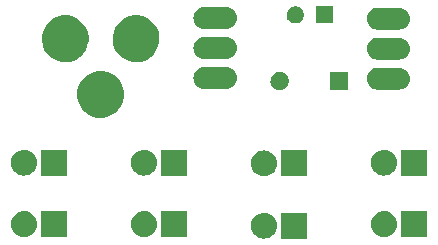
<source format=gbs>
G04 #@! TF.FileFunction,Soldermask,Bot*
%FSLAX46Y46*%
G04 Gerber Fmt 4.6, Leading zero omitted, Abs format (unit mm)*
G04 Created by KiCad (PCBNEW 4.0.1-3.201512221402+6198~38~ubuntu14.04.1-stable) date Mon 23 May 2016 08:12:34 PM PDT*
%MOMM*%
G01*
G04 APERTURE LIST*
%ADD10C,0.100000*%
G04 APERTURE END LIST*
D10*
G36*
X122711080Y-105922317D02*
X122711090Y-105922320D01*
X122711117Y-105922323D01*
X122914745Y-105985356D01*
X123102250Y-106086740D01*
X123266493Y-106222614D01*
X123401217Y-106387801D01*
X123501289Y-106576010D01*
X123562899Y-106780072D01*
X123583700Y-106992215D01*
X123583700Y-107002785D01*
X123583594Y-107018034D01*
X123559833Y-107229866D01*
X123495380Y-107433048D01*
X123392689Y-107619842D01*
X123255672Y-107783132D01*
X123089549Y-107916699D01*
X122900645Y-108015455D01*
X122696158Y-108075639D01*
X122696130Y-108075642D01*
X122696122Y-108075644D01*
X122483876Y-108094959D01*
X122271920Y-108072683D01*
X122271910Y-108072680D01*
X122271883Y-108072677D01*
X122068255Y-108009644D01*
X121880750Y-107908260D01*
X121716507Y-107772386D01*
X121581783Y-107607199D01*
X121481711Y-107418990D01*
X121420101Y-107214928D01*
X121399300Y-107002785D01*
X121399300Y-106992215D01*
X121399406Y-106976966D01*
X121423167Y-106765134D01*
X121487620Y-106561952D01*
X121590311Y-106375158D01*
X121727328Y-106211868D01*
X121893451Y-106078301D01*
X122082355Y-105979545D01*
X122286842Y-105919361D01*
X122286870Y-105919358D01*
X122286878Y-105919356D01*
X122499124Y-105900041D01*
X122711080Y-105922317D01*
X122711080Y-105922317D01*
G37*
G36*
X126123700Y-108089700D02*
X123939300Y-108089700D01*
X123939300Y-105905300D01*
X126123700Y-105905300D01*
X126123700Y-108089700D01*
X126123700Y-108089700D01*
G37*
G36*
X102391080Y-105795317D02*
X102391090Y-105795320D01*
X102391117Y-105795323D01*
X102594745Y-105858356D01*
X102782250Y-105959740D01*
X102946493Y-106095614D01*
X103081217Y-106260801D01*
X103181289Y-106449010D01*
X103242899Y-106653072D01*
X103263700Y-106865215D01*
X103263700Y-106875785D01*
X103263594Y-106891034D01*
X103239833Y-107102866D01*
X103175380Y-107306048D01*
X103072689Y-107492842D01*
X102935672Y-107656132D01*
X102769549Y-107789699D01*
X102580645Y-107888455D01*
X102376158Y-107948639D01*
X102376130Y-107948642D01*
X102376122Y-107948644D01*
X102163876Y-107967959D01*
X101951920Y-107945683D01*
X101951910Y-107945680D01*
X101951883Y-107945677D01*
X101748255Y-107882644D01*
X101560750Y-107781260D01*
X101396507Y-107645386D01*
X101261783Y-107480199D01*
X101161711Y-107291990D01*
X101100101Y-107087928D01*
X101079300Y-106875785D01*
X101079300Y-106865215D01*
X101079406Y-106849966D01*
X101103167Y-106638134D01*
X101167620Y-106434952D01*
X101270311Y-106248158D01*
X101407328Y-106084868D01*
X101573451Y-105951301D01*
X101762355Y-105852545D01*
X101966842Y-105792361D01*
X101966870Y-105792358D01*
X101966878Y-105792356D01*
X102179124Y-105773041D01*
X102391080Y-105795317D01*
X102391080Y-105795317D01*
G37*
G36*
X112551080Y-105795317D02*
X112551090Y-105795320D01*
X112551117Y-105795323D01*
X112754745Y-105858356D01*
X112942250Y-105959740D01*
X113106493Y-106095614D01*
X113241217Y-106260801D01*
X113341289Y-106449010D01*
X113402899Y-106653072D01*
X113423700Y-106865215D01*
X113423700Y-106875785D01*
X113423594Y-106891034D01*
X113399833Y-107102866D01*
X113335380Y-107306048D01*
X113232689Y-107492842D01*
X113095672Y-107656132D01*
X112929549Y-107789699D01*
X112740645Y-107888455D01*
X112536158Y-107948639D01*
X112536130Y-107948642D01*
X112536122Y-107948644D01*
X112323876Y-107967959D01*
X112111920Y-107945683D01*
X112111910Y-107945680D01*
X112111883Y-107945677D01*
X111908255Y-107882644D01*
X111720750Y-107781260D01*
X111556507Y-107645386D01*
X111421783Y-107480199D01*
X111321711Y-107291990D01*
X111260101Y-107087928D01*
X111239300Y-106875785D01*
X111239300Y-106865215D01*
X111239406Y-106849966D01*
X111263167Y-106638134D01*
X111327620Y-106434952D01*
X111430311Y-106248158D01*
X111567328Y-106084868D01*
X111733451Y-105951301D01*
X111922355Y-105852545D01*
X112126842Y-105792361D01*
X112126870Y-105792358D01*
X112126878Y-105792356D01*
X112339124Y-105773041D01*
X112551080Y-105795317D01*
X112551080Y-105795317D01*
G37*
G36*
X132871080Y-105795317D02*
X132871090Y-105795320D01*
X132871117Y-105795323D01*
X133074745Y-105858356D01*
X133262250Y-105959740D01*
X133426493Y-106095614D01*
X133561217Y-106260801D01*
X133661289Y-106449010D01*
X133722899Y-106653072D01*
X133743700Y-106865215D01*
X133743700Y-106875785D01*
X133743594Y-106891034D01*
X133719833Y-107102866D01*
X133655380Y-107306048D01*
X133552689Y-107492842D01*
X133415672Y-107656132D01*
X133249549Y-107789699D01*
X133060645Y-107888455D01*
X132856158Y-107948639D01*
X132856130Y-107948642D01*
X132856122Y-107948644D01*
X132643876Y-107967959D01*
X132431920Y-107945683D01*
X132431910Y-107945680D01*
X132431883Y-107945677D01*
X132228255Y-107882644D01*
X132040750Y-107781260D01*
X131876507Y-107645386D01*
X131741783Y-107480199D01*
X131641711Y-107291990D01*
X131580101Y-107087928D01*
X131559300Y-106875785D01*
X131559300Y-106865215D01*
X131559406Y-106849966D01*
X131583167Y-106638134D01*
X131647620Y-106434952D01*
X131750311Y-106248158D01*
X131887328Y-106084868D01*
X132053451Y-105951301D01*
X132242355Y-105852545D01*
X132446842Y-105792361D01*
X132446870Y-105792358D01*
X132446878Y-105792356D01*
X132659124Y-105773041D01*
X132871080Y-105795317D01*
X132871080Y-105795317D01*
G37*
G36*
X136283700Y-107962700D02*
X134099300Y-107962700D01*
X134099300Y-105778300D01*
X136283700Y-105778300D01*
X136283700Y-107962700D01*
X136283700Y-107962700D01*
G37*
G36*
X115963700Y-107962700D02*
X113779300Y-107962700D01*
X113779300Y-105778300D01*
X115963700Y-105778300D01*
X115963700Y-107962700D01*
X115963700Y-107962700D01*
G37*
G36*
X105803700Y-107962700D02*
X103619300Y-107962700D01*
X103619300Y-105778300D01*
X105803700Y-105778300D01*
X105803700Y-107962700D01*
X105803700Y-107962700D01*
G37*
G36*
X122711080Y-100651817D02*
X122711090Y-100651820D01*
X122711117Y-100651823D01*
X122914745Y-100714856D01*
X123102250Y-100816240D01*
X123266493Y-100952114D01*
X123401217Y-101117301D01*
X123501289Y-101305510D01*
X123562899Y-101509572D01*
X123583700Y-101721715D01*
X123583700Y-101732285D01*
X123583594Y-101747534D01*
X123559833Y-101959366D01*
X123495380Y-102162548D01*
X123392689Y-102349342D01*
X123255672Y-102512632D01*
X123089549Y-102646199D01*
X122900645Y-102744955D01*
X122696158Y-102805139D01*
X122696130Y-102805142D01*
X122696122Y-102805144D01*
X122483876Y-102824459D01*
X122271920Y-102802183D01*
X122271910Y-102802180D01*
X122271883Y-102802177D01*
X122068255Y-102739144D01*
X121880750Y-102637760D01*
X121716507Y-102501886D01*
X121581783Y-102336699D01*
X121481711Y-102148490D01*
X121420101Y-101944428D01*
X121399300Y-101732285D01*
X121399300Y-101721715D01*
X121399406Y-101706466D01*
X121423167Y-101494634D01*
X121487620Y-101291452D01*
X121590311Y-101104658D01*
X121727328Y-100941368D01*
X121893451Y-100807801D01*
X122082355Y-100709045D01*
X122286842Y-100648861D01*
X122286870Y-100648858D01*
X122286878Y-100648856D01*
X122499124Y-100629541D01*
X122711080Y-100651817D01*
X122711080Y-100651817D01*
G37*
G36*
X126123700Y-102819200D02*
X123939300Y-102819200D01*
X123939300Y-100634800D01*
X126123700Y-100634800D01*
X126123700Y-102819200D01*
X126123700Y-102819200D01*
G37*
G36*
X132871080Y-100588317D02*
X132871090Y-100588320D01*
X132871117Y-100588323D01*
X133074745Y-100651356D01*
X133262250Y-100752740D01*
X133426493Y-100888614D01*
X133561217Y-101053801D01*
X133661289Y-101242010D01*
X133722899Y-101446072D01*
X133743700Y-101658215D01*
X133743700Y-101668785D01*
X133743594Y-101684034D01*
X133719833Y-101895866D01*
X133655380Y-102099048D01*
X133552689Y-102285842D01*
X133415672Y-102449132D01*
X133249549Y-102582699D01*
X133060645Y-102681455D01*
X132856158Y-102741639D01*
X132856130Y-102741642D01*
X132856122Y-102741644D01*
X132643876Y-102760959D01*
X132431920Y-102738683D01*
X132431910Y-102738680D01*
X132431883Y-102738677D01*
X132228255Y-102675644D01*
X132040750Y-102574260D01*
X131876507Y-102438386D01*
X131741783Y-102273199D01*
X131641711Y-102084990D01*
X131580101Y-101880928D01*
X131559300Y-101668785D01*
X131559300Y-101658215D01*
X131559406Y-101642966D01*
X131583167Y-101431134D01*
X131647620Y-101227952D01*
X131750311Y-101041158D01*
X131887328Y-100877868D01*
X132053451Y-100744301D01*
X132242355Y-100645545D01*
X132446842Y-100585361D01*
X132446870Y-100585358D01*
X132446878Y-100585356D01*
X132659124Y-100566041D01*
X132871080Y-100588317D01*
X132871080Y-100588317D01*
G37*
G36*
X112551080Y-100588317D02*
X112551090Y-100588320D01*
X112551117Y-100588323D01*
X112754745Y-100651356D01*
X112942250Y-100752740D01*
X113106493Y-100888614D01*
X113241217Y-101053801D01*
X113341289Y-101242010D01*
X113402899Y-101446072D01*
X113423700Y-101658215D01*
X113423700Y-101668785D01*
X113423594Y-101684034D01*
X113399833Y-101895866D01*
X113335380Y-102099048D01*
X113232689Y-102285842D01*
X113095672Y-102449132D01*
X112929549Y-102582699D01*
X112740645Y-102681455D01*
X112536158Y-102741639D01*
X112536130Y-102741642D01*
X112536122Y-102741644D01*
X112323876Y-102760959D01*
X112111920Y-102738683D01*
X112111910Y-102738680D01*
X112111883Y-102738677D01*
X111908255Y-102675644D01*
X111720750Y-102574260D01*
X111556507Y-102438386D01*
X111421783Y-102273199D01*
X111321711Y-102084990D01*
X111260101Y-101880928D01*
X111239300Y-101668785D01*
X111239300Y-101658215D01*
X111239406Y-101642966D01*
X111263167Y-101431134D01*
X111327620Y-101227952D01*
X111430311Y-101041158D01*
X111567328Y-100877868D01*
X111733451Y-100744301D01*
X111922355Y-100645545D01*
X112126842Y-100585361D01*
X112126870Y-100585358D01*
X112126878Y-100585356D01*
X112339124Y-100566041D01*
X112551080Y-100588317D01*
X112551080Y-100588317D01*
G37*
G36*
X102391080Y-100588317D02*
X102391090Y-100588320D01*
X102391117Y-100588323D01*
X102594745Y-100651356D01*
X102782250Y-100752740D01*
X102946493Y-100888614D01*
X103081217Y-101053801D01*
X103181289Y-101242010D01*
X103242899Y-101446072D01*
X103263700Y-101658215D01*
X103263700Y-101668785D01*
X103263594Y-101684034D01*
X103239833Y-101895866D01*
X103175380Y-102099048D01*
X103072689Y-102285842D01*
X102935672Y-102449132D01*
X102769549Y-102582699D01*
X102580645Y-102681455D01*
X102376158Y-102741639D01*
X102376130Y-102741642D01*
X102376122Y-102741644D01*
X102163876Y-102760959D01*
X101951920Y-102738683D01*
X101951910Y-102738680D01*
X101951883Y-102738677D01*
X101748255Y-102675644D01*
X101560750Y-102574260D01*
X101396507Y-102438386D01*
X101261783Y-102273199D01*
X101161711Y-102084990D01*
X101100101Y-101880928D01*
X101079300Y-101668785D01*
X101079300Y-101658215D01*
X101079406Y-101642966D01*
X101103167Y-101431134D01*
X101167620Y-101227952D01*
X101270311Y-101041158D01*
X101407328Y-100877868D01*
X101573451Y-100744301D01*
X101762355Y-100645545D01*
X101966842Y-100585361D01*
X101966870Y-100585358D01*
X101966878Y-100585356D01*
X102179124Y-100566041D01*
X102391080Y-100588317D01*
X102391080Y-100588317D01*
G37*
G36*
X136283700Y-102755700D02*
X134099300Y-102755700D01*
X134099300Y-100571300D01*
X136283700Y-100571300D01*
X136283700Y-102755700D01*
X136283700Y-102755700D01*
G37*
G36*
X105803700Y-102755700D02*
X103619300Y-102755700D01*
X103619300Y-100571300D01*
X105803700Y-100571300D01*
X105803700Y-102755700D01*
X105803700Y-102755700D01*
G37*
G36*
X115963700Y-102755700D02*
X113779300Y-102755700D01*
X113779300Y-100571300D01*
X115963700Y-100571300D01*
X115963700Y-102755700D01*
X115963700Y-102755700D01*
G37*
G36*
X108871833Y-93905117D02*
X109252434Y-93983243D01*
X109610608Y-94133807D01*
X109932713Y-94351068D01*
X110206493Y-94626768D01*
X110421501Y-94950380D01*
X110569561Y-95309601D01*
X110644975Y-95690468D01*
X110644975Y-95690480D01*
X110645025Y-95690733D01*
X110638828Y-96134512D01*
X110638771Y-96134762D01*
X110638771Y-96134774D01*
X110552752Y-96513389D01*
X110394720Y-96868335D01*
X110170757Y-97185823D01*
X109889393Y-97453762D01*
X109561344Y-97661948D01*
X109199099Y-97802453D01*
X108816474Y-97869921D01*
X108428020Y-97861784D01*
X108048552Y-97778352D01*
X107692517Y-97622805D01*
X107373473Y-97401062D01*
X107103572Y-97121573D01*
X106893099Y-96794982D01*
X106750072Y-96433737D01*
X106679933Y-96051583D01*
X106685358Y-95663088D01*
X106766138Y-95283047D01*
X106919199Y-94925931D01*
X107138709Y-94605344D01*
X107416302Y-94333505D01*
X107741416Y-94120756D01*
X108101659Y-93975209D01*
X108483309Y-93902405D01*
X108871833Y-93905117D01*
X108871833Y-93905117D01*
G37*
G36*
X123906526Y-93966315D02*
X124055641Y-93996924D01*
X124195968Y-94055912D01*
X124322160Y-94141029D01*
X124429427Y-94249047D01*
X124513661Y-94375831D01*
X124571669Y-94516570D01*
X124601183Y-94665625D01*
X124601183Y-94665632D01*
X124601234Y-94665890D01*
X124598806Y-94839754D01*
X124598748Y-94840009D01*
X124598748Y-94840016D01*
X124565083Y-94988192D01*
X124503169Y-95127255D01*
X124415424Y-95251641D01*
X124305192Y-95356614D01*
X124176667Y-95438177D01*
X124176665Y-95438178D01*
X124146659Y-95449816D01*
X124034743Y-95493226D01*
X123884841Y-95519658D01*
X123732648Y-95516470D01*
X123583978Y-95483783D01*
X123444493Y-95422844D01*
X123319493Y-95335966D01*
X123213755Y-95226471D01*
X123131292Y-95098514D01*
X123075257Y-94956987D01*
X123047778Y-94807264D01*
X123049903Y-94655058D01*
X123081551Y-94506166D01*
X123141518Y-94366253D01*
X123227517Y-94240654D01*
X123336277Y-94134150D01*
X123463648Y-94050800D01*
X123604789Y-93993775D01*
X123754310Y-93965253D01*
X123906526Y-93966315D01*
X123906526Y-93966315D01*
G37*
G36*
X129601200Y-95518200D02*
X128048800Y-95518200D01*
X128048800Y-93965800D01*
X129601200Y-93965800D01*
X129601200Y-95518200D01*
X129601200Y-95518200D01*
G37*
G36*
X133953142Y-93625749D02*
X133953144Y-93625749D01*
X133954693Y-93625760D01*
X134134257Y-93645902D01*
X134306489Y-93700537D01*
X134464829Y-93787585D01*
X134603246Y-93903731D01*
X134716468Y-94044550D01*
X134800181Y-94204678D01*
X134851197Y-94378017D01*
X134851199Y-94378040D01*
X134851203Y-94378053D01*
X134867576Y-94557962D01*
X134848692Y-94737627D01*
X134848689Y-94737637D01*
X134848686Y-94737664D01*
X134795255Y-94910274D01*
X134709314Y-95069218D01*
X134594137Y-95208442D01*
X134454112Y-95322643D01*
X134294572Y-95407472D01*
X134121594Y-95459698D01*
X133941766Y-95477330D01*
X132123172Y-95477330D01*
X132111858Y-95477251D01*
X132111856Y-95477251D01*
X132110307Y-95477240D01*
X131930743Y-95457098D01*
X131758511Y-95402463D01*
X131600171Y-95315415D01*
X131461754Y-95199269D01*
X131348532Y-95058450D01*
X131264819Y-94898322D01*
X131213803Y-94724983D01*
X131213801Y-94724960D01*
X131213797Y-94724947D01*
X131197424Y-94545038D01*
X131216308Y-94365373D01*
X131216311Y-94365363D01*
X131216314Y-94365336D01*
X131269745Y-94192726D01*
X131355686Y-94033782D01*
X131470863Y-93894558D01*
X131610888Y-93780357D01*
X131770428Y-93695528D01*
X131943406Y-93643302D01*
X132123234Y-93625670D01*
X133941828Y-93625670D01*
X133953142Y-93625749D01*
X133953142Y-93625749D01*
G37*
G36*
X119284642Y-93562249D02*
X119284644Y-93562249D01*
X119286193Y-93562260D01*
X119465757Y-93582402D01*
X119637989Y-93637037D01*
X119796329Y-93724085D01*
X119934746Y-93840231D01*
X120047968Y-93981050D01*
X120131681Y-94141178D01*
X120182697Y-94314517D01*
X120182699Y-94314540D01*
X120182703Y-94314553D01*
X120199076Y-94494462D01*
X120180192Y-94674127D01*
X120180189Y-94674137D01*
X120180186Y-94674164D01*
X120126755Y-94846774D01*
X120040814Y-95005718D01*
X119925637Y-95144942D01*
X119785612Y-95259143D01*
X119626072Y-95343972D01*
X119453094Y-95396198D01*
X119273266Y-95413830D01*
X117454672Y-95413830D01*
X117443358Y-95413751D01*
X117443356Y-95413751D01*
X117441807Y-95413740D01*
X117262243Y-95393598D01*
X117090011Y-95338963D01*
X116931671Y-95251915D01*
X116793254Y-95135769D01*
X116680032Y-94994950D01*
X116596319Y-94834822D01*
X116545303Y-94661483D01*
X116545301Y-94661460D01*
X116545297Y-94661447D01*
X116528924Y-94481538D01*
X116547808Y-94301873D01*
X116547811Y-94301863D01*
X116547814Y-94301836D01*
X116601245Y-94129226D01*
X116687186Y-93970282D01*
X116802363Y-93831058D01*
X116942388Y-93716857D01*
X117101928Y-93632028D01*
X117274906Y-93579802D01*
X117454734Y-93562170D01*
X119273328Y-93562170D01*
X119284642Y-93562249D01*
X119284642Y-93562249D01*
G37*
G36*
X111871573Y-89206117D02*
X112252174Y-89284243D01*
X112610348Y-89434807D01*
X112932453Y-89652068D01*
X113206233Y-89927768D01*
X113421241Y-90251380D01*
X113569301Y-90610601D01*
X113644715Y-90991468D01*
X113644715Y-90991480D01*
X113644765Y-90991733D01*
X113638568Y-91435512D01*
X113638511Y-91435762D01*
X113638511Y-91435774D01*
X113552492Y-91814389D01*
X113394460Y-92169335D01*
X113170497Y-92486823D01*
X112889133Y-92754762D01*
X112561084Y-92962948D01*
X112198839Y-93103453D01*
X111816214Y-93170921D01*
X111427760Y-93162784D01*
X111048292Y-93079352D01*
X110692257Y-92923805D01*
X110373213Y-92702062D01*
X110103312Y-92422573D01*
X109892839Y-92095982D01*
X109749812Y-91734737D01*
X109679673Y-91352583D01*
X109685098Y-90964088D01*
X109765878Y-90584047D01*
X109918939Y-90226931D01*
X110138449Y-89906344D01*
X110416042Y-89634505D01*
X110741156Y-89421756D01*
X111101399Y-89276209D01*
X111483049Y-89203405D01*
X111871573Y-89206117D01*
X111871573Y-89206117D01*
G37*
G36*
X105872093Y-89206117D02*
X106252694Y-89284243D01*
X106610868Y-89434807D01*
X106932973Y-89652068D01*
X107206753Y-89927768D01*
X107421761Y-90251380D01*
X107569821Y-90610601D01*
X107645235Y-90991468D01*
X107645235Y-90991480D01*
X107645285Y-90991733D01*
X107639088Y-91435512D01*
X107639031Y-91435762D01*
X107639031Y-91435774D01*
X107553012Y-91814389D01*
X107394980Y-92169335D01*
X107171017Y-92486823D01*
X106889653Y-92754762D01*
X106561604Y-92962948D01*
X106199359Y-93103453D01*
X105816734Y-93170921D01*
X105428280Y-93162784D01*
X105048812Y-93079352D01*
X104692777Y-92923805D01*
X104373733Y-92702062D01*
X104103832Y-92422573D01*
X103893359Y-92095982D01*
X103750332Y-91734737D01*
X103680193Y-91352583D01*
X103685618Y-90964088D01*
X103766398Y-90584047D01*
X103919459Y-90226931D01*
X104138969Y-89906344D01*
X104416562Y-89634505D01*
X104741676Y-89421756D01*
X105101919Y-89276209D01*
X105483569Y-89203405D01*
X105872093Y-89206117D01*
X105872093Y-89206117D01*
G37*
G36*
X133953142Y-91085749D02*
X133953144Y-91085749D01*
X133954693Y-91085760D01*
X134134257Y-91105902D01*
X134306489Y-91160537D01*
X134464829Y-91247585D01*
X134603246Y-91363731D01*
X134716468Y-91504550D01*
X134800181Y-91664678D01*
X134851197Y-91838017D01*
X134851199Y-91838040D01*
X134851203Y-91838053D01*
X134867576Y-92017962D01*
X134848692Y-92197627D01*
X134848689Y-92197637D01*
X134848686Y-92197664D01*
X134795255Y-92370274D01*
X134709314Y-92529218D01*
X134594137Y-92668442D01*
X134454112Y-92782643D01*
X134294572Y-92867472D01*
X134121594Y-92919698D01*
X133941766Y-92937330D01*
X132123172Y-92937330D01*
X132111858Y-92937251D01*
X132111856Y-92937251D01*
X132110307Y-92937240D01*
X131930743Y-92917098D01*
X131758511Y-92862463D01*
X131600171Y-92775415D01*
X131461754Y-92659269D01*
X131348532Y-92518450D01*
X131264819Y-92358322D01*
X131213803Y-92184983D01*
X131213801Y-92184960D01*
X131213797Y-92184947D01*
X131197424Y-92005038D01*
X131216308Y-91825373D01*
X131216311Y-91825363D01*
X131216314Y-91825336D01*
X131269745Y-91652726D01*
X131355686Y-91493782D01*
X131470863Y-91354558D01*
X131610888Y-91240357D01*
X131770428Y-91155528D01*
X131943406Y-91103302D01*
X132123234Y-91085670D01*
X133941828Y-91085670D01*
X133953142Y-91085749D01*
X133953142Y-91085749D01*
G37*
G36*
X119284642Y-91022249D02*
X119284644Y-91022249D01*
X119286193Y-91022260D01*
X119465757Y-91042402D01*
X119637989Y-91097037D01*
X119796329Y-91184085D01*
X119934746Y-91300231D01*
X120047968Y-91441050D01*
X120131681Y-91601178D01*
X120182697Y-91774517D01*
X120182699Y-91774540D01*
X120182703Y-91774553D01*
X120199076Y-91954462D01*
X120180192Y-92134127D01*
X120180189Y-92134137D01*
X120180186Y-92134164D01*
X120126755Y-92306774D01*
X120040814Y-92465718D01*
X119925637Y-92604942D01*
X119785612Y-92719143D01*
X119626072Y-92803972D01*
X119453094Y-92856198D01*
X119273266Y-92873830D01*
X117454672Y-92873830D01*
X117443358Y-92873751D01*
X117443356Y-92873751D01*
X117441807Y-92873740D01*
X117262243Y-92853598D01*
X117090011Y-92798963D01*
X116931671Y-92711915D01*
X116793254Y-92595769D01*
X116680032Y-92454950D01*
X116596319Y-92294822D01*
X116545303Y-92121483D01*
X116545301Y-92121460D01*
X116545297Y-92121447D01*
X116528924Y-91941538D01*
X116547808Y-91761873D01*
X116547811Y-91761863D01*
X116547814Y-91761836D01*
X116601245Y-91589226D01*
X116687186Y-91430282D01*
X116802363Y-91291058D01*
X116942388Y-91176857D01*
X117101928Y-91092028D01*
X117274906Y-91039802D01*
X117454734Y-91022170D01*
X119273328Y-91022170D01*
X119284642Y-91022249D01*
X119284642Y-91022249D01*
G37*
G36*
X133953142Y-88545749D02*
X133953144Y-88545749D01*
X133954693Y-88545760D01*
X134134257Y-88565902D01*
X134306489Y-88620537D01*
X134464829Y-88707585D01*
X134603246Y-88823731D01*
X134716468Y-88964550D01*
X134800181Y-89124678D01*
X134851197Y-89298017D01*
X134851199Y-89298040D01*
X134851203Y-89298053D01*
X134867576Y-89477962D01*
X134848692Y-89657627D01*
X134848689Y-89657637D01*
X134848686Y-89657664D01*
X134795255Y-89830274D01*
X134709314Y-89989218D01*
X134594137Y-90128442D01*
X134454112Y-90242643D01*
X134294572Y-90327472D01*
X134121594Y-90379698D01*
X133941766Y-90397330D01*
X132123172Y-90397330D01*
X132111858Y-90397251D01*
X132111856Y-90397251D01*
X132110307Y-90397240D01*
X131930743Y-90377098D01*
X131758511Y-90322463D01*
X131600171Y-90235415D01*
X131461754Y-90119269D01*
X131348532Y-89978450D01*
X131264819Y-89818322D01*
X131213803Y-89644983D01*
X131213801Y-89644960D01*
X131213797Y-89644947D01*
X131197424Y-89465038D01*
X131216308Y-89285373D01*
X131216311Y-89285363D01*
X131216314Y-89285336D01*
X131269745Y-89112726D01*
X131355686Y-88953782D01*
X131470863Y-88814558D01*
X131610888Y-88700357D01*
X131770428Y-88615528D01*
X131943406Y-88563302D01*
X132123234Y-88545670D01*
X133941828Y-88545670D01*
X133953142Y-88545749D01*
X133953142Y-88545749D01*
G37*
G36*
X119284642Y-88482249D02*
X119284644Y-88482249D01*
X119286193Y-88482260D01*
X119465757Y-88502402D01*
X119637989Y-88557037D01*
X119796329Y-88644085D01*
X119934746Y-88760231D01*
X120047968Y-88901050D01*
X120131681Y-89061178D01*
X120182697Y-89234517D01*
X120182699Y-89234540D01*
X120182703Y-89234553D01*
X120199076Y-89414462D01*
X120180192Y-89594127D01*
X120180189Y-89594137D01*
X120180186Y-89594164D01*
X120126755Y-89766774D01*
X120040814Y-89925718D01*
X119925637Y-90064942D01*
X119785612Y-90179143D01*
X119626072Y-90263972D01*
X119453094Y-90316198D01*
X119273266Y-90333830D01*
X117454672Y-90333830D01*
X117443358Y-90333751D01*
X117443356Y-90333751D01*
X117441807Y-90333740D01*
X117262243Y-90313598D01*
X117090011Y-90258963D01*
X116931671Y-90171915D01*
X116793254Y-90055769D01*
X116680032Y-89914950D01*
X116596319Y-89754822D01*
X116545303Y-89581483D01*
X116545301Y-89581460D01*
X116545297Y-89581447D01*
X116528924Y-89401538D01*
X116547808Y-89221873D01*
X116547811Y-89221863D01*
X116547814Y-89221836D01*
X116601245Y-89049226D01*
X116687186Y-88890282D01*
X116802363Y-88751058D01*
X116942388Y-88636857D01*
X117101928Y-88552028D01*
X117274906Y-88499802D01*
X117454734Y-88482170D01*
X119273328Y-88482170D01*
X119284642Y-88482249D01*
X119284642Y-88482249D01*
G37*
G36*
X125211275Y-88428282D02*
X125350784Y-88456919D01*
X125482071Y-88512108D01*
X125600134Y-88591741D01*
X125700492Y-88692803D01*
X125779300Y-88811418D01*
X125833571Y-88943091D01*
X125861181Y-89082528D01*
X125861181Y-89082539D01*
X125861231Y-89082792D01*
X125858960Y-89245457D01*
X125858902Y-89245712D01*
X125858902Y-89245719D01*
X125827410Y-89384333D01*
X125769483Y-89514438D01*
X125687391Y-89630812D01*
X125584260Y-89729023D01*
X125464014Y-89805332D01*
X125331232Y-89856835D01*
X125190986Y-89881565D01*
X125048596Y-89878582D01*
X124909505Y-89848001D01*
X124779004Y-89790986D01*
X124662056Y-89709705D01*
X124563129Y-89607263D01*
X124485978Y-89487548D01*
X124433553Y-89355138D01*
X124407843Y-89215059D01*
X124409832Y-89072658D01*
X124439441Y-88933358D01*
X124495545Y-88802457D01*
X124576004Y-88684949D01*
X124677759Y-88585305D01*
X124796927Y-88507323D01*
X124928972Y-88453974D01*
X125068863Y-88427288D01*
X125211275Y-88428282D01*
X125211275Y-88428282D01*
G37*
G36*
X128361200Y-89880200D02*
X126908800Y-89880200D01*
X126908800Y-88427800D01*
X128361200Y-88427800D01*
X128361200Y-89880200D01*
X128361200Y-89880200D01*
G37*
M02*

</source>
